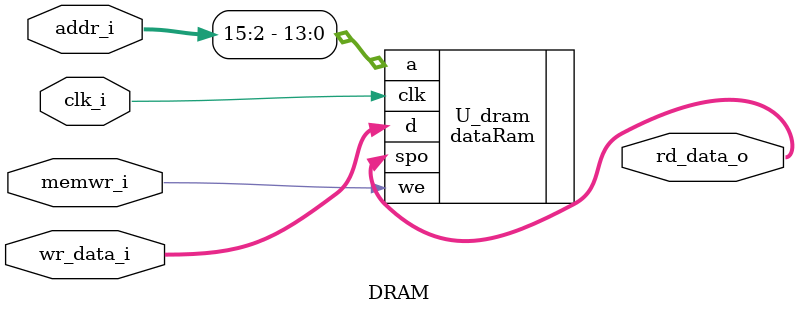
<source format=v>
`timescale 1ns / 1ps


module DRAM(
    input wire clk_i,//Ê±ÖÓÐÅºÅ£¿¸ÉÂïµÄ
    input wire [31:0]addr_i,//µØÖ·£¨Ð´Èë»òÕß¶Á³ö£©
    output wire [31:0]rd_data_o,//¶Á³öµÄÊý¾Ý
    input wire memwr_i, //ÄÚ´æÐ´Ê¹ÄÜÐÍºÅ
    input wire[31:0]wr_data_i //ÒªÐ´ÈëµÄÊý¾Ý
    );
    wire ram_clk;
    assign ram_clk = !clk_i; 
    //DRAM¶ÁÊý¾ÝÊÇÊäÈëµØÖ·ÂíÉÏ¸ø³öÊý¾ÝÂð
    //DRAMÐ´Êý¾ÝÊÇÊäÈëµØÖ·£¬ÊäÈëÊý¾Ýºó£¬Ê²Ã´Ê±ºòÐ´ÈëÊý¾Ý
    dataRam U_dram(
    .clk(clk_i),
    .a(addr_i[15:2]),
    .spo(rd_data_o),
    .we(memwr_i),
    .d(wr_data_i)
    );
endmodule

</source>
